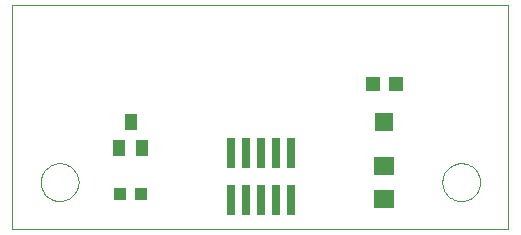
<source format=gtp>
G75*
G70*
%OFA0B0*%
%FSLAX24Y24*%
%IPPOS*%
%LPD*%
%AMOC8*
5,1,8,0,0,1.08239X$1,22.5*
%
%ADD10C,0.0000*%
%ADD11R,0.0630X0.0591*%
%ADD12R,0.0472X0.0472*%
%ADD13R,0.0709X0.0630*%
%ADD14R,0.0394X0.0433*%
%ADD15R,0.0394X0.0551*%
%ADD16R,0.0291X0.1024*%
D10*
X000100Y000264D02*
X000100Y007744D01*
X016635Y007744D01*
X016635Y000264D01*
X000100Y000264D01*
X001045Y001838D02*
X001047Y001888D01*
X001053Y001938D01*
X001063Y001987D01*
X001077Y002035D01*
X001094Y002082D01*
X001115Y002127D01*
X001140Y002171D01*
X001168Y002212D01*
X001200Y002251D01*
X001234Y002288D01*
X001271Y002322D01*
X001311Y002352D01*
X001353Y002379D01*
X001397Y002403D01*
X001443Y002424D01*
X001490Y002440D01*
X001538Y002453D01*
X001588Y002462D01*
X001637Y002467D01*
X001688Y002468D01*
X001738Y002465D01*
X001787Y002458D01*
X001836Y002447D01*
X001884Y002432D01*
X001930Y002414D01*
X001975Y002392D01*
X002018Y002366D01*
X002059Y002337D01*
X002098Y002305D01*
X002134Y002270D01*
X002166Y002232D01*
X002196Y002192D01*
X002223Y002149D01*
X002246Y002105D01*
X002265Y002059D01*
X002281Y002011D01*
X002293Y001962D01*
X002301Y001913D01*
X002305Y001863D01*
X002305Y001813D01*
X002301Y001763D01*
X002293Y001714D01*
X002281Y001665D01*
X002265Y001617D01*
X002246Y001571D01*
X002223Y001527D01*
X002196Y001484D01*
X002166Y001444D01*
X002134Y001406D01*
X002098Y001371D01*
X002059Y001339D01*
X002018Y001310D01*
X001975Y001284D01*
X001930Y001262D01*
X001884Y001244D01*
X001836Y001229D01*
X001787Y001218D01*
X001738Y001211D01*
X001688Y001208D01*
X001637Y001209D01*
X001588Y001214D01*
X001538Y001223D01*
X001490Y001236D01*
X001443Y001252D01*
X001397Y001273D01*
X001353Y001297D01*
X001311Y001324D01*
X001271Y001354D01*
X001234Y001388D01*
X001200Y001425D01*
X001168Y001464D01*
X001140Y001505D01*
X001115Y001549D01*
X001094Y001594D01*
X001077Y001641D01*
X001063Y001689D01*
X001053Y001738D01*
X001047Y001788D01*
X001045Y001838D01*
X014431Y001838D02*
X014433Y001888D01*
X014439Y001938D01*
X014449Y001987D01*
X014463Y002035D01*
X014480Y002082D01*
X014501Y002127D01*
X014526Y002171D01*
X014554Y002212D01*
X014586Y002251D01*
X014620Y002288D01*
X014657Y002322D01*
X014697Y002352D01*
X014739Y002379D01*
X014783Y002403D01*
X014829Y002424D01*
X014876Y002440D01*
X014924Y002453D01*
X014974Y002462D01*
X015023Y002467D01*
X015074Y002468D01*
X015124Y002465D01*
X015173Y002458D01*
X015222Y002447D01*
X015270Y002432D01*
X015316Y002414D01*
X015361Y002392D01*
X015404Y002366D01*
X015445Y002337D01*
X015484Y002305D01*
X015520Y002270D01*
X015552Y002232D01*
X015582Y002192D01*
X015609Y002149D01*
X015632Y002105D01*
X015651Y002059D01*
X015667Y002011D01*
X015679Y001962D01*
X015687Y001913D01*
X015691Y001863D01*
X015691Y001813D01*
X015687Y001763D01*
X015679Y001714D01*
X015667Y001665D01*
X015651Y001617D01*
X015632Y001571D01*
X015609Y001527D01*
X015582Y001484D01*
X015552Y001444D01*
X015520Y001406D01*
X015484Y001371D01*
X015445Y001339D01*
X015404Y001310D01*
X015361Y001284D01*
X015316Y001262D01*
X015270Y001244D01*
X015222Y001229D01*
X015173Y001218D01*
X015124Y001211D01*
X015074Y001208D01*
X015023Y001209D01*
X014974Y001214D01*
X014924Y001223D01*
X014876Y001236D01*
X014829Y001252D01*
X014783Y001273D01*
X014739Y001297D01*
X014697Y001324D01*
X014657Y001354D01*
X014620Y001388D01*
X014586Y001425D01*
X014554Y001464D01*
X014526Y001505D01*
X014501Y001549D01*
X014480Y001594D01*
X014463Y001641D01*
X014449Y001689D01*
X014439Y001738D01*
X014433Y001788D01*
X014431Y001838D01*
D11*
X012502Y003827D03*
D12*
X012895Y005106D03*
X012108Y005106D03*
D13*
X012502Y002390D03*
X012502Y001287D03*
D14*
X004372Y001445D03*
X003702Y001445D03*
D15*
X003663Y002980D03*
X004411Y002980D03*
X004037Y003846D03*
D16*
X007383Y002823D03*
X007883Y002823D03*
X008383Y002823D03*
X008883Y002823D03*
X009383Y002823D03*
X009383Y001248D03*
X008883Y001248D03*
X008383Y001248D03*
X007883Y001248D03*
X007383Y001248D03*
M02*

</source>
